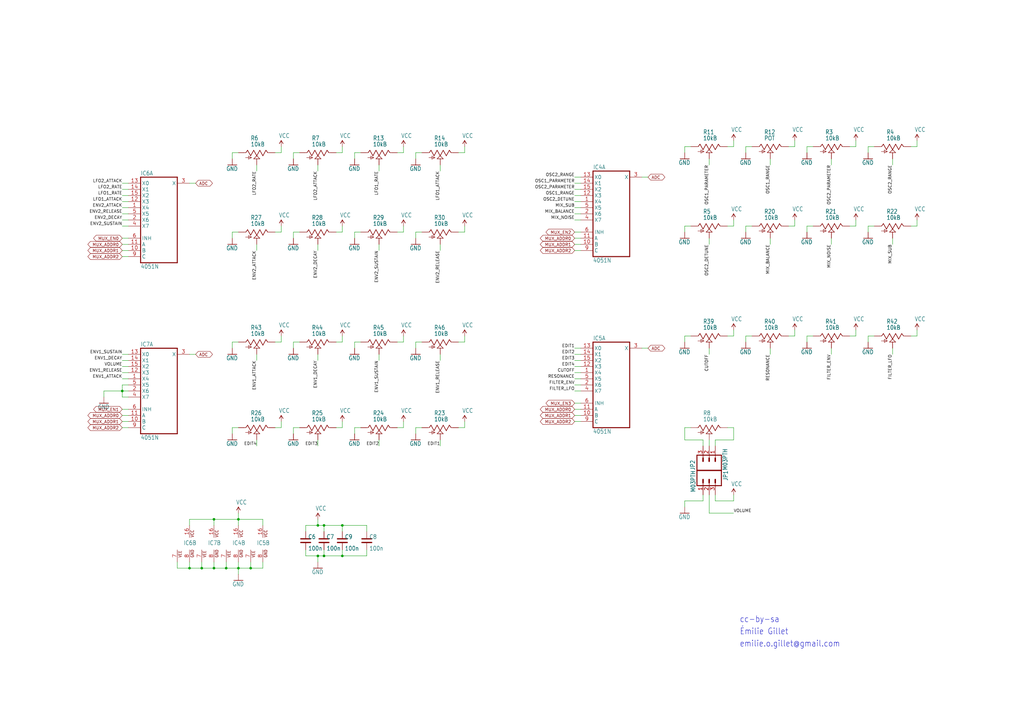
<source format=kicad_sch>
(kicad_sch (version 20250114) (generator "eeschema") (generator_version "9.0")
  (paper "User" 425.45 298.602)
  (text "emilie.o.gillet@gmail.com" (at 307.34 269.24 0) (effects (font (size 2.54 2.159)) (justify left bottom)))
  (text "cc-by-sa" (at 307.34 259.08 0) (effects (font (size 2.54 2.159)) (justify left bottom)))
  (text "Émilie Gillet" (at 307.34 264.16 0) (effects (font (size 2.54 2.159)) (justify left bottom)))
  (junction (at 134.62 231.14))
  (junction (at 142.24 231.14))
  (junction (at 83.82 236.22))
  (junction (at 142.24 218.44))
  (junction (at 50.8 162.56))
  (junction (at 88.9 236.22))
  (junction (at 88.9 215.9))
  (junction (at 99.06 215.9))
  (junction (at 104.14 236.22))
  (junction (at 132.08 231.14))
  (junction (at 78.74 236.22))
  (junction (at 134.62 218.44))
  (junction (at 93.98 236.22))
  (junction (at 132.08 218.44))
  (junction (at 99.06 236.22))
  (wire (pts (xy 149.86 142.24) (xy 147.32 142.24)) (stroke (width 0.1524)))
  (wire (pts (xy 304.8 60.96) (xy 304.8 58.42)) (stroke (width 0.1524)))
  (wire (pts (xy 363.22 139.7) (xy 360.68 139.7)) (stroke (width 0.1524)))
  (wire (pts (xy 53.34 147.32) (xy 50.8 147.32)) (stroke (width 0.1524)))
  (wire (pts (xy 127 218.44) (xy 132.08 218.44)) (stroke (width 0.1524)))
  (wire (pts (xy 294.64 213.36) (xy 304.8 213.36)) (stroke (width 0.1524)))
  (wire (pts (xy 53.34 78.74) (xy 50.8 78.74)) (stroke (width 0.1524)))
  (wire (pts (xy 190.5 142.24) (xy 193.04 142.24)) (stroke (width 0.1524)))
  (wire (pts (xy 157.48 185.42) (xy 157.48 182.88)) (stroke (width 0.1524)))
  (wire (pts (xy 114.3 142.24) (xy 116.84 142.24)) (stroke (width 0.1524)))
  (wire (pts (xy 149.86 63.5) (xy 147.32 63.5)) (stroke (width 0.1524)))
  (wire (pts (xy 241.3 175.26) (xy 238.76 175.26)) (stroke (width 0.1524)))
  (wire (pts (xy 139.7 177.8) (xy 142.24 177.8)) (stroke (width 0.1524)))
  (wire (pts (xy 175.26 142.24) (xy 172.72 142.24)) (stroke (width 0.1524)))
  (wire (pts (xy 147.32 142.24) (xy 147.32 144.78)) (stroke (width 0.1524)))
  (wire (pts (xy 134.62 231.14) (xy 142.24 231.14)) (stroke (width 0.1524)))
  (wire (pts (xy 53.34 86.36) (xy 50.8 86.36)) (stroke (width 0.1524)))
  (wire (pts (xy 172.72 96.52) (xy 172.72 99.06)) (stroke (width 0.1524)))
  (wire (pts (xy 78.74 233.68) (xy 78.74 236.22)) (stroke (width 0.1524)))
  (wire (pts (xy 302.26 177.8) (xy 304.8 177.8)) (stroke (width 0.1524)))
  (wire (pts (xy 142.24 218.44) (xy 152.4 218.44)) (stroke (width 0.1524)))
  (wire (pts (xy 284.48 177.8) (xy 284.48 182.88)) (stroke (width 0.1524)))
  (wire (pts (xy 50.8 162.56) (xy 43.18 162.56)) (stroke (width 0.1524)))
  (wire (pts (xy 132.08 218.44) (xy 134.62 218.44)) (stroke (width 0.1524)))
  (wire (pts (xy 284.48 208.28) (xy 284.48 210.82)) (stroke (width 0.1524)))
  (wire (pts (xy 241.3 76.2) (xy 238.76 76.2)) (stroke (width 0.1524)))
  (wire (pts (xy 88.9 215.9) (xy 99.06 215.9)) (stroke (width 0.1524)))
  (wire (pts (xy 134.62 231.14) (xy 134.62 228.6)) (stroke (width 0.1524)))
  (wire (pts (xy 152.4 218.44) (xy 152.4 220.98)) (stroke (width 0.1524)))
  (wire (pts (xy 355.6 60.96) (xy 355.6 58.42)) (stroke (width 0.1524)))
  (wire (pts (xy 88.9 218.44) (xy 88.9 215.9)) (stroke (width 0.1524)))
  (wire (pts (xy 147.32 96.52) (xy 147.32 99.06)) (stroke (width 0.1524)))
  (wire (pts (xy 124.46 63.5) (xy 121.92 63.5)) (stroke (width 0.1524)))
  (wire (pts (xy 73.66 233.68) (xy 73.66 236.22)) (stroke (width 0.1524)))
  (wire (pts (xy 292.1 208.28) (xy 284.48 208.28)) (stroke (width 0.1524)))
  (wire (pts (xy 53.34 170.18) (xy 50.8 170.18)) (stroke (width 0.1524)))
  (wire (pts (xy 114.3 177.8) (xy 116.84 177.8)) (stroke (width 0.1524)))
  (wire (pts (xy 53.34 93.98) (xy 50.8 93.98)) (stroke (width 0.1524)))
  (wire (pts (xy 114.3 96.52) (xy 116.84 96.52)) (stroke (width 0.1524)))
  (wire (pts (xy 353.06 93.98) (xy 355.6 93.98)) (stroke (width 0.1524)))
  (wire (pts (xy 284.48 60.96) (xy 284.48 63.5)) (stroke (width 0.1524)))
  (wire (pts (xy 83.82 233.68) (xy 83.82 236.22)) (stroke (width 0.1524)))
  (wire (pts (xy 330.2 60.96) (xy 330.2 58.42)) (stroke (width 0.1524)))
  (wire (pts (xy 345.44 66.04) (xy 345.44 68.58)) (stroke (width 0.1524)))
  (wire (pts (xy 190.5 63.5) (xy 193.04 63.5)) (stroke (width 0.1524)))
  (wire (pts (xy 241.3 144.78) (xy 238.76 144.78)) (stroke (width 0.1524)))
  (wire (pts (xy 241.3 147.32) (xy 238.76 147.32)) (stroke (width 0.1524)))
  (wire (pts (xy 330.2 139.7) (xy 330.2 137.16)) (stroke (width 0.1524)))
  (wire (pts (xy 294.64 99.06) (xy 294.64 101.6)) (stroke (width 0.1524)))
  (wire (pts (xy 190.5 96.52) (xy 193.04 96.52)) (stroke (width 0.1524)))
  (wire (pts (xy 360.68 60.96) (xy 360.68 63.5)) (stroke (width 0.1524)))
  (wire (pts (xy 193.04 63.5) (xy 193.04 60.96)) (stroke (width 0.1524)))
  (wire (pts (xy 152.4 231.14) (xy 152.4 228.6)) (stroke (width 0.1524)))
  (wire (pts (xy 327.66 139.7) (xy 330.2 139.7)) (stroke (width 0.1524)))
  (wire (pts (xy 353.06 60.96) (xy 355.6 60.96)) (stroke (width 0.1524)))
  (wire (pts (xy 106.68 68.58) (xy 106.68 71.12)) (stroke (width 0.1524)))
  (wire (pts (xy 381 93.98) (xy 381 91.44)) (stroke (width 0.1524)))
  (wire (pts (xy 53.34 106.68) (xy 50.8 106.68)) (stroke (width 0.1524)))
  (wire (pts (xy 93.98 236.22) (xy 99.06 236.22)) (stroke (width 0.1524)))
  (wire (pts (xy 96.52 177.8) (xy 96.52 180.34)) (stroke (width 0.1524)))
  (wire (pts (xy 53.34 101.6) (xy 50.8 101.6)) (stroke (width 0.1524)))
  (wire (pts (xy 53.34 177.8) (xy 50.8 177.8)) (stroke (width 0.1524)))
  (wire (pts (xy 165.1 63.5) (xy 167.64 63.5)) (stroke (width 0.1524)))
  (wire (pts (xy 312.42 60.96) (xy 309.88 60.96)) (stroke (width 0.1524)))
  (wire (pts (xy 320.04 144.78) (xy 320.04 147.32)) (stroke (width 0.1524)))
  (wire (pts (xy 241.3 167.64) (xy 238.76 167.64)) (stroke (width 0.1524)))
  (wire (pts (xy 142.24 96.52) (xy 142.24 93.98)) (stroke (width 0.1524)))
  (wire (pts (xy 335.28 139.7) (xy 335.28 142.24)) (stroke (width 0.1524)))
  (wire (pts (xy 381 60.96) (xy 381 58.42)) (stroke (width 0.1524)))
  (wire (pts (xy 297.18 182.88) (xy 297.18 185.42)) (stroke (width 0.1524)))
  (wire (pts (xy 378.46 93.98) (xy 381 93.98)) (stroke (width 0.1524)))
  (wire (pts (xy 99.06 177.8) (xy 96.52 177.8)) (stroke (width 0.1524)))
  (wire (pts (xy 78.74 76.2) (xy 81.28 76.2)) (stroke (width 0.1524)))
  (wire (pts (xy 241.3 149.86) (xy 238.76 149.86)) (stroke (width 0.1524)))
  (wire (pts (xy 304.8 93.98) (xy 304.8 91.44)) (stroke (width 0.1524)))
  (wire (pts (xy 363.22 93.98) (xy 360.68 93.98)) (stroke (width 0.1524)))
  (wire (pts (xy 96.52 63.5) (xy 96.52 66.04)) (stroke (width 0.1524)))
  (wire (pts (xy 241.3 172.72) (xy 238.76 172.72)) (stroke (width 0.1524)))
  (wire (pts (xy 304.8 139.7) (xy 304.8 137.16)) (stroke (width 0.1524)))
  (wire (pts (xy 287.02 60.96) (xy 284.48 60.96)) (stroke (width 0.1524)))
  (wire (pts (xy 167.64 142.24) (xy 167.64 139.7)) (stroke (width 0.1524)))
  (wire (pts (xy 241.3 104.14) (xy 238.76 104.14)) (stroke (width 0.1524)))
  (wire (pts (xy 53.34 99.06) (xy 50.8 99.06)) (stroke (width 0.1524)))
  (wire (pts (xy 345.44 99.06) (xy 345.44 101.6)) (stroke (width 0.1524)))
  (wire (pts (xy 190.5 177.8) (xy 193.04 177.8)) (stroke (width 0.1524)))
  (wire (pts (xy 165.1 177.8) (xy 167.64 177.8)) (stroke (width 0.1524)))
  (wire (pts (xy 355.6 93.98) (xy 355.6 91.44)) (stroke (width 0.1524)))
  (wire (pts (xy 132.08 231.14) (xy 132.08 233.68)) (stroke (width 0.1524)))
  (wire (pts (xy 157.48 68.58) (xy 157.48 71.12)) (stroke (width 0.1524)))
  (wire (pts (xy 132.08 182.88) (xy 132.08 185.42)) (stroke (width 0.1524)))
  (wire (pts (xy 88.9 233.68) (xy 88.9 236.22)) (stroke (width 0.1524)))
  (wire (pts (xy 241.3 99.06) (xy 238.76 99.06)) (stroke (width 0.1524)))
  (wire (pts (xy 370.84 99.06) (xy 370.84 101.6)) (stroke (width 0.1524)))
  (wire (pts (xy 139.7 63.5) (xy 142.24 63.5)) (stroke (width 0.1524)))
  (wire (pts (xy 381 139.7) (xy 381 137.16)) (stroke (width 0.1524)))
  (wire (pts (xy 99.06 142.24) (xy 96.52 142.24)) (stroke (width 0.1524)))
  (wire (pts (xy 284.48 93.98) (xy 284.48 96.52)) (stroke (width 0.1524)))
  (wire (pts (xy 193.04 96.52) (xy 193.04 93.98)) (stroke (width 0.1524)))
  (wire (pts (xy 304.8 177.8) (xy 304.8 182.88)) (stroke (width 0.1524)))
  (wire (pts (xy 53.34 175.26) (xy 50.8 175.26)) (stroke (width 0.1524)))
  (wire (pts (xy 149.86 177.8) (xy 147.32 177.8)) (stroke (width 0.1524)))
  (wire (pts (xy 147.32 177.8) (xy 147.32 180.34)) (stroke (width 0.1524)))
  (wire (pts (xy 147.32 63.5) (xy 147.32 66.04)) (stroke (width 0.1524)))
  (wire (pts (xy 327.66 93.98) (xy 330.2 93.98)) (stroke (width 0.1524)))
  (wire (pts (xy 175.26 177.8) (xy 172.72 177.8)) (stroke (width 0.1524)))
  (wire (pts (xy 121.92 177.8) (xy 121.92 180.34)) (stroke (width 0.1524)))
  (wire (pts (xy 378.46 60.96) (xy 381 60.96)) (stroke (width 0.1524)))
  (wire (pts (xy 182.88 101.6) (xy 182.88 104.14)) (stroke (width 0.1524)))
  (wire (pts (xy 284.48 139.7) (xy 284.48 142.24)) (stroke (width 0.1524)))
  (wire (pts (xy 320.04 99.06) (xy 320.04 101.6)) (stroke (width 0.1524)))
  (wire (pts (xy 182.88 147.32) (xy 182.88 149.86)) (stroke (width 0.1524)))
  (wire (pts (xy 88.9 236.22) (xy 93.98 236.22)) (stroke (width 0.1524)))
  (wire (pts (xy 142.24 63.5) (xy 142.24 60.96)) (stroke (width 0.1524)))
  (wire (pts (xy 292.1 205.74) (xy 292.1 208.28)) (stroke (width 0.1524)))
  (wire (pts (xy 139.7 96.52) (xy 142.24 96.52)) (stroke (width 0.1524)))
  (wire (pts (xy 238.76 154.94) (xy 241.3 154.94)) (stroke (width 0.1524)))
  (wire (pts (xy 142.24 218.44) (xy 142.24 220.98)) (stroke (width 0.1524)))
  (wire (pts (xy 142.24 177.8) (xy 142.24 175.26)) (stroke (width 0.1524)))
  (wire (pts (xy 294.64 66.04) (xy 294.64 68.58)) (stroke (width 0.1524)))
  (wire (pts (xy 337.82 139.7) (xy 335.28 139.7)) (stroke (width 0.1524)))
  (wire (pts (xy 241.3 101.6) (xy 238.76 101.6)) (stroke (width 0.1524)))
  (wire (pts (xy 132.08 101.6) (xy 132.08 104.14)) (stroke (width 0.1524)))
  (wire (pts (xy 241.3 81.28) (xy 238.76 81.28)) (stroke (width 0.1524)))
  (wire (pts (xy 142.24 231.14) (xy 152.4 231.14)) (stroke (width 0.1524)))
  (wire (pts (xy 355.6 139.7) (xy 355.6 137.16)) (stroke (width 0.1524)))
  (wire (pts (xy 167.64 175.26) (xy 167.64 177.8)) (stroke (width 0.1524)))
  (wire (pts (xy 241.3 88.9) (xy 238.76 88.9)) (stroke (width 0.1524)))
  (wire (pts (xy 134.62 218.44) (xy 134.62 220.98)) (stroke (width 0.1524)))
  (wire (pts (xy 266.7 73.66) (xy 269.24 73.66)) (stroke (width 0.1524)))
  (wire (pts (xy 53.34 104.14) (xy 50.8 104.14)) (stroke (width 0.1524)))
  (wire (pts (xy 182.88 182.88) (xy 182.88 185.42)) (stroke (width 0.1524)))
  (wire (pts (xy 335.28 60.96) (xy 335.28 63.5)) (stroke (width 0.1524)))
  (wire (pts (xy 124.46 96.52) (xy 121.92 96.52)) (stroke (width 0.1524)))
  (wire (pts (xy 50.8 162.56) (xy 53.34 162.56)) (stroke (width 0.1524)))
  (wire (pts (xy 172.72 142.24) (xy 172.72 144.78)) (stroke (width 0.1524)))
  (wire (pts (xy 99.06 233.68) (xy 99.06 236.22)) (stroke (width 0.1524)))
  (wire (pts (xy 43.18 162.56) (xy 43.18 165.1)) (stroke (width 0.1524)))
  (wire (pts (xy 165.1 96.52) (xy 167.64 96.52)) (stroke (width 0.1524)))
  (wire (pts (xy 53.34 76.2) (xy 50.8 76.2)) (stroke (width 0.1524)))
  (wire (pts (xy 104.14 233.68) (xy 104.14 236.22)) (stroke (width 0.1524)))
  (wire (pts (xy 99.06 215.9) (xy 99.06 213.36)) (stroke (width 0.1524)))
  (wire (pts (xy 302.26 60.96) (xy 304.8 60.96)) (stroke (width 0.1524)))
  (wire (pts (xy 139.7 142.24) (xy 142.24 142.24)) (stroke (width 0.1524)))
  (wire (pts (xy 327.66 60.96) (xy 330.2 60.96)) (stroke (width 0.1524)))
  (wire (pts (xy 238.76 160.02) (xy 241.3 160.02)) (stroke (width 0.1524)))
  (wire (pts (xy 193.04 142.24) (xy 193.04 139.7)) (stroke (width 0.1524)))
  (wire (pts (xy 360.68 93.98) (xy 360.68 96.52)) (stroke (width 0.1524)))
  (wire (pts (xy 238.76 157.48) (xy 241.3 157.48)) (stroke (width 0.1524)))
  (wire (pts (xy 353.06 139.7) (xy 355.6 139.7)) (stroke (width 0.1524)))
  (wire (pts (xy 78.74 147.32) (xy 81.28 147.32)) (stroke (width 0.1524)))
  (wire (pts (xy 172.72 63.5) (xy 172.72 66.04)) (stroke (width 0.1524)))
  (wire (pts (xy 109.22 236.22) (xy 109.22 233.68)) (stroke (width 0.1524)))
  (wire (pts (xy 121.92 142.24) (xy 121.92 144.78)) (stroke (width 0.1524)))
  (wire (pts (xy 360.68 139.7) (xy 360.68 142.24)) (stroke (width 0.1524)))
  (wire (pts (xy 53.34 81.28) (xy 50.8 81.28)) (stroke (width 0.1524)))
  (wire (pts (xy 121.92 96.52) (xy 121.92 99.06)) (stroke (width 0.1524)))
  (wire (pts (xy 78.74 215.9) (xy 88.9 215.9)) (stroke (width 0.1524)))
  (wire (pts (xy 304.8 182.88) (xy 297.18 182.88)) (stroke (width 0.1524)))
  (wire (pts (xy 337.82 60.96) (xy 335.28 60.96)) (stroke (width 0.1524)))
  (wire (pts (xy 96.52 142.24) (xy 96.52 144.78)) (stroke (width 0.1524)))
  (wire (pts (xy 50.8 165.1) (xy 53.34 165.1)) (stroke (width 0.1524)))
  (wire (pts (xy 99.06 63.5) (xy 96.52 63.5)) (stroke (width 0.1524)))
  (wire (pts (xy 241.3 96.52) (xy 238.76 96.52)) (stroke (width 0.1524)))
  (wire (pts (xy 121.92 63.5) (xy 121.92 66.04)) (stroke (width 0.1524)))
  (wire (pts (xy 93.98 233.68) (xy 93.98 236.22)) (stroke (width 0.1524)))
  (wire (pts (xy 297.18 205.74) (xy 297.18 208.28)) (stroke (width 0.1524)))
  (wire (pts (xy 116.84 142.24) (xy 116.84 139.7)) (stroke (width 0.1524)))
  (wire (pts (xy 132.08 231.14) (xy 134.62 231.14)) (stroke (width 0.1524)))
  (wire (pts (xy 53.34 149.86) (xy 50.8 149.86)) (stroke (width 0.1524)))
  (wire (pts (xy 116.84 177.8) (xy 116.84 175.26)) (stroke (width 0.1524)))
  (wire (pts (xy 241.3 83.82) (xy 238.76 83.82)) (stroke (width 0.1524)))
  (wire (pts (xy 370.84 144.78) (xy 370.84 147.32)) (stroke (width 0.1524)))
  (wire (pts (xy 127 228.6) (xy 127 231.14)) (stroke (width 0.1524)))
  (wire (pts (xy 241.3 170.18) (xy 238.76 170.18)) (stroke (width 0.1524)))
  (wire (pts (xy 287.02 93.98) (xy 284.48 93.98)) (stroke (width 0.1524)))
  (wire (pts (xy 266.7 144.78) (xy 269.24 144.78)) (stroke (width 0.1524)))
  (wire (pts (xy 53.34 160.02) (xy 50.8 160.02)) (stroke (width 0.1524)))
  (wire (pts (xy 330.2 93.98) (xy 330.2 91.44)) (stroke (width 0.1524)))
  (wire (pts (xy 165.1 142.24) (xy 167.64 142.24)) (stroke (width 0.1524)))
  (wire (pts (xy 193.04 177.8) (xy 193.04 175.26)) (stroke (width 0.1524)))
  (wire (pts (xy 132.08 147.32) (xy 132.08 149.86)) (stroke (width 0.1524)))
  (wire (pts (xy 241.3 91.44) (xy 238.76 91.44)) (stroke (width 0.1524)))
  (wire (pts (xy 363.22 60.96) (xy 360.68 60.96)) (stroke (width 0.1524)))
  (wire (pts (xy 53.34 172.72) (xy 50.8 172.72)) (stroke (width 0.1524)))
  (wire (pts (xy 73.66 236.22) (xy 78.74 236.22)) (stroke (width 0.1524)))
  (wire (pts (xy 302.26 93.98) (xy 304.8 93.98)) (stroke (width 0.1524)))
  (wire (pts (xy 99.06 96.52) (xy 96.52 96.52)) (stroke (width 0.1524)))
  (wire (pts (xy 312.42 139.7) (xy 309.88 139.7)) (stroke (width 0.1524)))
  (wire (pts (xy 241.3 152.4) (xy 238.76 152.4)) (stroke (width 0.1524)))
  (wire (pts (xy 370.84 66.04) (xy 370.84 68.58)) (stroke (width 0.1524)))
  (wire (pts (xy 116.84 63.5) (xy 116.84 60.96)) (stroke (width 0.1524)))
  (wire (pts (xy 50.8 165.1) (xy 50.8 162.56)) (stroke (width 0.1524)))
  (wire (pts (xy 241.3 86.36) (xy 238.76 86.36)) (stroke (width 0.1524)))
  (wire (pts (xy 53.34 154.94) (xy 50.8 154.94)) (stroke (width 0.1524)))
  (wire (pts (xy 127 220.98) (xy 127 218.44)) (stroke (width 0.1524)))
  (wire (pts (xy 109.22 215.9) (xy 109.22 218.44)) (stroke (width 0.1524)))
  (wire (pts (xy 106.68 182.88) (xy 106.68 185.42)) (stroke (width 0.1524)))
  (wire (pts (xy 238.76 162.56) (xy 241.3 162.56)) (stroke (width 0.1524)))
  (wire (pts (xy 99.06 236.22) (xy 99.06 238.76)) (stroke (width 0.1524)))
  (wire (pts (xy 294.64 205.74) (xy 294.64 213.36)) (stroke (width 0.1524)))
  (wire (pts (xy 302.26 139.7) (xy 304.8 139.7)) (stroke (width 0.1524)))
  (wire (pts (xy 309.88 139.7) (xy 309.88 142.24)) (stroke (width 0.1524)))
  (wire (pts (xy 132.08 218.44) (xy 132.08 215.9)) (stroke (width 0.1524)))
  (wire (pts (xy 142.24 231.14) (xy 142.24 228.6)) (stroke (width 0.1524)))
  (wire (pts (xy 106.68 101.6) (xy 106.68 104.14)) (stroke (width 0.1524)))
  (wire (pts (xy 337.82 93.98) (xy 335.28 93.98)) (stroke (width 0.1524)))
  (wire (pts (xy 241.3 78.74) (xy 238.76 78.74)) (stroke (width 0.1524)))
  (wire (pts (xy 124.46 142.24) (xy 121.92 142.24)) (stroke (width 0.1524)))
  (wire (pts (xy 132.08 68.58) (xy 132.08 71.12)) (stroke (width 0.1524)))
  (wire (pts (xy 142.24 142.24) (xy 142.24 139.7)) (stroke (width 0.1524)))
  (wire (pts (xy 99.06 236.22) (xy 104.14 236.22)) (stroke (width 0.1524)))
  (wire (pts (xy 106.68 147.32) (xy 106.68 149.86)) (stroke (width 0.1524)))
  (wire (pts (xy 104.14 236.22) (xy 109.22 236.22)) (stroke (width 0.1524)))
  (wire (pts (xy 297.18 208.28) (xy 304.8 208.28)) (stroke (width 0.1524)))
  (wire (pts (xy 175.26 96.52) (xy 172.72 96.52)) (stroke (width 0.1524)))
  (wire (pts (xy 99.06 215.9) (xy 109.22 215.9)) (stroke (width 0.1524)))
  (wire (pts (xy 53.34 83.82) (xy 50.8 83.82)) (stroke (width 0.1524)))
  (wire (pts (xy 157.48 147.32) (xy 157.48 149.86)) (stroke (width 0.1524)))
  (wire (pts (xy 124.46 177.8) (xy 121.92 177.8)) (stroke (width 0.1524)))
  (wire (pts (xy 53.34 88.9) (xy 50.8 88.9)) (stroke (width 0.1524)))
  (wire (pts (xy 284.48 182.88) (xy 292.1 182.88)) (stroke (width 0.1524)))
  (wire (pts (xy 99.06 218.44) (xy 99.06 215.9)) (stroke (width 0.1524)))
  (wire (pts (xy 83.82 236.22) (xy 88.9 236.22)) (stroke (width 0.1524)))
  (wire (pts (xy 345.44 144.78) (xy 345.44 147.32)) (stroke (width 0.1524)))
  (wire (pts (xy 53.34 91.44) (xy 50.8 91.44)) (stroke (width 0.1524)))
  (wire (pts (xy 116.84 96.52) (xy 116.84 93.98)) (stroke (width 0.1524)))
  (wire (pts (xy 134.62 218.44) (xy 142.24 218.44)) (stroke (width 0.1524)))
  (wire (pts (xy 335.28 93.98) (xy 335.28 96.52)) (stroke (width 0.1524)))
  (wire (pts (xy 378.46 139.7) (xy 381 139.7)) (stroke (width 0.1524)))
  (wire (pts (xy 182.88 68.58) (xy 182.88 71.12)) (stroke (width 0.1524)))
  (wire (pts (xy 127 231.14) (xy 132.08 231.14)) (stroke (width 0.1524)))
  (wire (pts (xy 78.74 236.22) (xy 83.82 236.22)) (stroke (width 0.1524)))
  (wire (pts (xy 287.02 177.8) (xy 284.48 177.8)) (stroke (width 0.1524)))
  (wire (pts (xy 78.74 218.44) (xy 78.74 215.9)) (stroke (width 0.1524)))
  (wire (pts (xy 149.86 96.52) (xy 147.32 96.52)) (stroke (width 0.1524)))
  (wire (pts (xy 175.26 63.5) (xy 172.72 63.5)) (stroke (width 0.1524)))
  (wire (pts (xy 294.64 182.88) (xy 294.64 185.42)) (stroke (width 0.1524)))
  (wire (pts (xy 53.34 152.4) (xy 50.8 152.4)) (stroke (width 0.1524)))
  (wire (pts (xy 53.34 157.48) (xy 50.8 157.48)) (stroke (width 0.1524)))
  (wire (pts (xy 294.64 144.78) (xy 294.64 147.32)) (stroke (width 0.1524)))
  (wire (pts (xy 96.52 96.52) (xy 96.52 99.06)) (stroke (width 0.1524)))
  (wire (pts (xy 172.72 177.8) (xy 172.72 180.34)) (stroke (width 0.1524)))
  (wire (pts (xy 287.02 139.7) (xy 284.48 139.7)) (stroke (width 0.1524)))
  (wire (pts (xy 309.88 93.98) (xy 309.88 96.52)) (stroke (width 0.1524)))
  (wire (pts (xy 304.8 208.28) (xy 304.8 205.74)) (stroke (width 0.1524)))
  (wire (pts (xy 157.48 101.6) (xy 157.48 104.14)) (stroke (width 0.1524)))
  (wire (pts (xy 309.88 60.96) (xy 309.88 63.5)) (stroke (width 0.1524)))
  (wire (pts (xy 50.8 162.56) (xy 50.8 160.02)) (stroke (width 0.1524)))
  (wire (pts (xy 292.1 182.88) (xy 292.1 185.42)) (stroke (width 0.1524)))
  (wire (pts (xy 241.3 73.66) (xy 238.76 73.66)) (stroke (width 0.1524)))
  (wire (pts (xy 114.3 63.5) (xy 116.84 63.5)) (stroke (width 0.1524)))
  (wire (pts (xy 312.42 93.98) (xy 309.88 93.98)) (stroke (width 0.1524)))
  (wire (pts (xy 167.64 96.52) (xy 167.64 93.98)) (stroke (width 0.1524)))
  (wire (pts (xy 320.04 66.04) (xy 320.04 68.58)) (stroke (width 0.1524)))
  (wire (pts (xy 167.64 63.5) (xy 167.64 60.96)) (stroke (width 0.1524)))
  (label "OSC2_RANGE" (at 370.84 68.58 270) (effects (font (size 1.2446 1.2446))))
  (label "LFO2_ATTACK" (at 50.8 76.2 180) (effects (font (size 1.2446 1.2446))))
  (label "EDIT2" (at 238.76 147.32 180) (effects (font (size 1.2446 1.2446))))
  (label "EDIT2" (at 157.48 185.42 180) (effects (font (size 1.2446 1.2446))))
  (label "ENV2_DECAY" (at 132.08 104.14 270) (effects (font (size 1.2446 1.2446))))
  (label "MIX_SUB" (at 238.76 86.36 180) (effects (font (size 1.2446 1.2446))))
  (label "ENV2_DECAY" (at 50.8 91.44 180) (effects (font (size 1.2446 1.2446))))
  (label "OSC1_PARAMETER" (at 238.76 76.2 180) (effects (font (size 1.2446 1.2446))))
  (label "OSC1_PARAMETER" (at 294.64 68.58 270) (effects (font (size 1.2446 1.2446))))
  (label "ENV2_RELEASE" (at 182.88 104.14 270) (effects (font (size 1.2446 1.2446))))
  (label "OSC2_PARAMETER" (at 238.76 78.74 180) (effects (font (size 1.2446 1.2446))))
  (label "EDIT3" (at 132.08 185.42 180) (effects (font (size 1.2446 1.2446))))
  (label "MIX_BALANCE" (at 320.04 101.6 270) (effects (font (size 1.2446 1.2446))))
  (label "OSC2_DETUNE" (at 294.64 101.6 270) (effects (font (size 1.2446 1.2446))))
  (label "ENV2_RELEASE" (at 50.8 88.9 180) (effects (font (size 1.2446 1.2446))))
  (label "ENV1_RELEASE" (at 182.88 149.86 270) (effects (font (size 1.2446 1.2446))))
  (label "OSC2_DETUNE" (at 238.76 83.82 180) (effects (font (size 1.2446 1.2446))))
  (label "FILTER_LFO" (at 238.76 162.56 180) (effects (font (size 1.2446 1.2446))))
  (label "EDIT1" (at 238.76 144.78 180) (effects (font (size 1.2446 1.2446))))
  (label "LFO2_RATE" (at 106.68 71.12 270) (effects (font (size 1.2446 1.2446))))
  (label "OSC1_RANGE" (at 320.04 68.58 270) (effects (font (size 1.2446 1.2446))))
  (label "RESONANCE" (at 238.76 157.48 180) (effects (font (size 1.2446 1.2446))))
  (label "ENV2_ATTACK" (at 50.8 86.36 180) (effects (font (size 1.2446 1.2446))))
  (label "RESONANCE" (at 320.04 147.32 270) (effects (font (size 1.2446 1.2446))))
  (label "EDIT4" (at 238.76 152.4 180) (effects (font (size 1.2446 1.2446))))
  (label "VOLUME" (at 50.8 152.4 180) (effects (font (size 1.2446 1.2446))))
  (label "FILTER_ENV" (at 345.44 147.32 270) (effects (font (size 1.2446 1.2446))))
  (label "MIX_SUB" (at 370.84 101.6 270) (effects (font (size 1.2446 1.2446))))
  (label "ENV1_SUSTAIN" (at 50.8 147.32 180) (effects (font (size 1.2446 1.2446))))
  (label "LFO1_RATE" (at 157.48 71.12 270) (effects (font (size 1.2446 1.2446))))
  (label "ENV2_SUSTAIN" (at 157.48 104.14 270) (effects (font (size 1.2446 1.2446))))
  (label "EDIT1" (at 182.88 185.42 180) (effects (font (size 1.2446 1.2446))))
  (label "CUTOFF" (at 238.76 154.94 180) (effects (font (size 1.2446 1.2446))))
  (label "ENV1_DECAY" (at 132.08 149.86 270) (effects (font (size 1.2446 1.2446))))
  (label "OSC2_RANGE" (at 238.76 73.66 180) (effects (font (size 1.2446 1.2446))))
  (label "FILTER_LFO" (at 370.84 147.32 270) (effects (font (size 1.2446 1.2446))))
  (label "ENV1_ATTACK" (at 50.8 157.48 180) (effects (font (size 1.2446 1.2446))))
  (label "FILTER_ENV" (at 238.76 160.02 180) (effects (font (size 1.2446 1.2446))))
  (label "ENV2_ATTACK" (at 106.68 104.14 270) (effects (font (size 1.2446 1.2446))))
  (label "ENV2_SUSTAIN" (at 50.8 93.98 180) (effects (font (size 1.2446 1.2446))))
  (label "VOLUME" (at 304.8 213.36 0) (effects (font (size 1.2446 1.2446))))
  (label "MIX_NOISE" (at 345.44 101.6 270) (effects (font (size 1.2446 1.2446))))
  (label "ENV1_DECAY" (at 50.8 149.86 180) (effects (font (size 1.2446 1.2446))))
  (label "LFO1_RATE" (at 50.8 81.28 180) (effects (font (size 1.2446 1.2446))))
  (label "LFO1_ATTACK" (at 182.88 71.12 270) (effects (font (size 1.2446 1.2446))))
  (label "ENV1_ATTACK" (at 106.68 149.86 270) (effects (font (size 1.2446 1.2446))))
  (label "EDIT4" (at 106.68 185.42 180) (effects (font (size 1.2446 1.2446))))
  (label "ENV1_RELEASE" (at 50.8 154.94 180) (effects (font (size 1.2446 1.2446))))
  (label "LFO1_ATTACK" (at 50.8 83.82 180) (effects (font (size 1.2446 1.2446))))
  (label "CUTOFF" (at 294.64 147.32 270) (effects (font (size 1.2446 1.2446))))
  (label "MIX_NOISE" (at 238.76 91.44 180) (effects (font (size 1.2446 1.2446))))
  (label "ENV1_SUSTAIN" (at 157.48 149.86 270) (effects (font (size 1.2446 1.2446))))
  (label "LFO2_ATTACK" (at 132.08 71.12 270) (effects (font (size 1.2446 1.2446))))
  (label "MIX_BALANCE" (at 238.76 88.9 180) (effects (font (size 1.2446 1.2446))))
  (label "OSC1_RANGE" (at 238.76 81.28 180) (effects (font (size 1.2446 1.2446))))
  (label "EDIT3" (at 238.76 149.86 180) (effects (font (size 1.2446 1.2446))))
  (label "LFO2_RATE" (at 50.8 78.74 180) (effects (font (size 1.2446 1.2446))))
  (label "OSC2_PARAMETER" (at 345.44 68.58 270) (effects (font (size 1.2446 1.2446))))
  (global_label "MUX_ADDR2" (shape bidirectional) (at 238.76 104.14 180) (effects (font (size 1.2446 1.2446))) (property "Intersheetrefs" "${INTERSHEET_REFS}" (effects (hide yes))))
  (global_label "MUX_ADDR0" (shape bidirectional) (at 238.76 99.06 180) (effects (font (size 1.2446 1.2446))) (property "Intersheetrefs" "${INTERSHEET_REFS}" (effects (hide yes))))
  (global_label "ADC" (shape bidirectional) (at 269.24 144.78 0) (effects (font (size 1.2446 1.2446))) (property "Intersheetrefs" "${INTERSHEET_REFS}" (effects (hide yes))))
  (global_label "MUX_ADDR1" (shape bidirectional) (at 50.8 175.26 180) (effects (font (size 1.2446 1.2446))) (property "Intersheetrefs" "${INTERSHEET_REFS}" (effects (hide yes))))
  (global_label "MUX_EN3" (shape bidirectional) (at 238.76 167.64 180) (effects (font (size 1.2446 1.2446))) (property "Intersheetrefs" "${INTERSHEET_REFS}" (effects (hide yes))))
  (global_label "MUX_ADDR0" (shape bidirectional) (at 50.8 172.72 180) (effects (font (size 1.2446 1.2446))) (property "Intersheetrefs" "${INTERSHEET_REFS}" (effects (hide yes))))
  (global_label "ADC" (shape bidirectional) (at 81.28 76.2 0) (effects (font (size 1.2446 1.2446))) (property "Intersheetrefs" "${INTERSHEET_REFS}" (effects (hide yes))))
  (global_label "MUX_ADDR1" (shape bidirectional) (at 238.76 172.72 180) (effects (font (size 1.2446 1.2446))) (property "Intersheetrefs" "${INTERSHEET_REFS}" (effects (hide yes))))
  (global_label "MUX_EN1" (shape bidirectional) (at 50.8 170.18 180) (effects (font (size 1.2446 1.2446))) (property "Intersheetrefs" "${INTERSHEET_REFS}" (effects (hide yes))))
  (global_label "MUX_ADDR2" (shape bidirectional) (at 50.8 106.68 180) (effects (font (size 1.2446 1.2446))) (property "Intersheetrefs" "${INTERSHEET_REFS}" (effects (hide yes))))
  (global_label "ADC" (shape bidirectional) (at 81.28 147.32 0) (effects (font (size 1.2446 1.2446))) (property "Intersheetrefs" "${INTERSHEET_REFS}" (effects (hide yes))))
  (global_label "MUX_ADDR0" (shape bidirectional) (at 238.76 170.18 180) (effects (font (size 1.2446 1.2446))) (property "Intersheetrefs" "${INTERSHEET_REFS}" (effects (hide yes))))
  (global_label "MUX_ADDR0" (shape bidirectional) (at 50.8 101.6 180) (effects (font (size 1.2446 1.2446))) (property "Intersheetrefs" "${INTERSHEET_REFS}" (effects (hide yes))))
  (global_label "MUX_ADDR2" (shape bidirectional) (at 50.8 177.8 180) (effects (font (size 1.2446 1.2446))) (property "Intersheetrefs" "${INTERSHEET_REFS}" (effects (hide yes))))
  (global_label "MUX_ADDR2" (shape bidirectional) (at 238.76 175.26 180) (effects (font (size 1.2446 1.2446))) (property "Intersheetrefs" "${INTERSHEET_REFS}" (effects (hide yes))))
  (global_label "ADC" (shape bidirectional) (at 269.24 73.66 0) (effects (font (size 1.2446 1.2446))) (property "Intersheetrefs" "${INTERSHEET_REFS}" (effects (hide yes))))
  (global_label "MUX_EN2" (shape bidirectional) (at 238.76 96.52 180) (effects (font (size 1.2446 1.2446))) (property "Intersheetrefs" "${INTERSHEET_REFS}" (effects (hide yes))))
  (global_label "MUX_EN0" (shape bidirectional) (at 50.8 99.06 180) (effects (font (size 1.2446 1.2446))) (property "Intersheetrefs" "${INTERSHEET_REFS}" (effects (hide yes))))
  (global_label "MUX_ADDR1" (shape bidirectional) (at 238.76 101.6 180) (effects (font (size 1.2446 1.2446))) (property "Intersheetrefs" "${INTERSHEET_REFS}" (effects (hide yes))))
  (global_label "MUX_ADDR1" (shape bidirectional) (at 50.8 104.14 180) (effects (font (size 1.2446 1.2446))) (property "Intersheetrefs" "${INTERSHEET_REFS}" (effects (hide yes))))
  (symbol (lib_id "shruthi_control_board_xt_v03-eagle-import:GND") (at 335.28 144.78 0) (unit 1)
    (property "Reference" "#GND56" (effects (hide yes)))
    (property "Value" "GND" (at 332.74 147.32 0) (effects (font (size 1.778 1.5113)) (justify left bottom)))
  )
  (symbol (lib_id "shruthi_control_board_xt_v03-eagle-import:POT_USVERTICAL") (at 106.68 177.8 270) (unit 1)
    (property "Reference" "R26" (at 104.14 172.72 90) (effects (font (size 1.778 1.5113)) (justify left bottom)))
    (property "Value" "10kB" (at 104.14 175.26 90) (effects (font (size 1.778 1.5113)) (justify left bottom)))
    (property "Footprint" "shruthi_control_board_xt_v03:ALPS_POT_VERTICAL" (effects (hide yes)))
  )
  (symbol (lib_id "Device:C") (at 142.24 224.79 0) (unit 1)
    (property "Reference" "C9" (at 143.256 224.155 0) (effects (font (size 1.778 1.5113)) (justify left bottom)))
    (property "Value" "100n" (at 143.256 228.981 0) (effects (font (size 1.778 1.5113)) (justify left bottom)))
    (property "Footprint" "shruthi_control_board_xt_v03:C025-024X044" (effects (hide yes)))
    (property "Description" "Unpolarized capacitor" (effects (hide yes)))
  )
  (symbol (lib_id "shruthi_control_board_xt_v03-eagle-import:POT_USVERTICAL") (at 294.64 139.7 270) (unit 1)
    (property "Reference" "R39" (at 292.1 134.62 90) (effects (font (size 1.778 1.5113)) (justify left bottom)))
    (property "Value" "10kB" (at 292.1 137.16 90) (effects (font (size 1.778 1.5113)) (justify left bottom)))
    (property "Footprint" "shruthi_control_board_xt_v03:ALPS_POT_VERTICAL" (effects (hide yes)))
  )
  (symbol (lib_id "shruthi_control_board_xt_v03-eagle-import:POT_USVERTICAL") (at 182.88 63.5 270) (unit 1)
    (property "Reference" "R14" (at 180.34 58.42 90) (effects (font (size 1.778 1.5113)) (justify left bottom)))
    (property "Value" "10kB" (at 180.34 60.96 90) (effects (font (size 1.778 1.5113)) (justify left bottom)))
    (property "Footprint" "shruthi_control_board_xt_v03:ALPS_POT_VERTICAL" (effects (hide yes)))
  )
  (symbol (lib_id "shruthi_control_board_xt_v03-eagle-import:VCC") (at 167.64 175.26 0) (unit 1)
    (property "Reference" "#P+18" (effects (hide yes)))
    (property "Value" "VCC" (at 166.624 171.704 0) (effects (font (size 1.778 1.5113)) (justify left bottom)))
  )
  (symbol (lib_id "shruthi_control_board_xt_v03-eagle-import:VCC") (at 193.04 60.96 0) (unit 1)
    (property "Reference" "#P+25" (effects (hide yes)))
    (property "Value" "VCC" (at 192.024 57.404 0) (effects (font (size 1.778 1.5113)) (justify left bottom)))
  )
  (symbol (lib_id "shruthi_control_board_xt_v03-eagle-import:VCC") (at 132.08 215.9 0) (unit 1)
    (property "Reference" "#P+37" (effects (hide yes)))
    (property "Value" "VCC" (at 131.064 212.344 0) (effects (font (size 1.778 1.5113)) (justify left bottom)))
  )
  (symbol (lib_id "Device:C") (at 134.62 224.79 0) (unit 1)
    (property "Reference" "C7" (at 135.636 224.155 0) (effects (font (size 1.778 1.5113)) (justify left bottom)))
    (property "Value" "100n" (at 135.636 228.981 0) (effects (font (size 1.778 1.5113)) (justify left bottom)))
    (property "Footprint" "shruthi_control_board_xt_v03:C025-024X044" (effects (hide yes)))
    (property "Description" "Unpolarized capacitor" (effects (hide yes)))
  )
  (symbol (lib_id "shruthi_control_board_xt_v03-eagle-import:VCC") (at 116.84 93.98 0) (unit 1)
    (property "Reference" "#P+26" (effects (hide yes)))
    (property "Value" "VCC" (at 115.824 90.424 0) (effects (font (size 1.778 1.5113)) (justify left bottom)))
  )
  (symbol (lib_id "shruthi_control_board_xt_v03-eagle-import:POT_USVERTICAL") (at 182.88 177.8 270) (unit 1)
    (property "Reference" "R23" (at 180.34 172.72 90) (effects (font (size 1.778 1.5113)) (justify left bottom)))
    (property "Value" "10kB" (at 180.34 175.26 90) (effects (font (size 1.778 1.5113)) (justify left bottom)))
    (property "Footprint" "shruthi_control_board_xt_v03:ALPS_POT_VERTICAL" (effects (hide yes)))
  )
  (symbol (lib_id "shruthi_control_board_xt_v03-eagle-import:VCC") (at 304.8 137.16 0) (unit 1)
    (property "Reference" "#P+46" (effects (hide yes)))
    (property "Value" "VCC" (at 303.784 133.604 0) (effects (font (size 1.778 1.5113)) (justify left bottom)))
  )
  (symbol (lib_id "shruthi_control_board_xt_v03-eagle-import:VCC") (at 142.24 175.26 0) (unit 1)
    (property "Reference" "#P+17" (effects (hide yes)))
    (property "Value" "VCC" (at 141.224 171.704 0) (effects (font (size 1.778 1.5113)) (justify left bottom)))
  )
  (symbol (lib_id "shruthi_control_board_xt_v03-eagle-import:POT_USVERTICAL") (at 294.64 177.8 270) (unit 1)
    (property "Reference" "R8" (at 292.1 172.72 90) (effects (font (size 1.778 1.5113)) (justify left bottom)))
    (property "Value" "10kB" (at 292.1 175.26 90) (effects (font (size 1.778 1.5113)) (justify left bottom)))
    (property "Footprint" "shruthi_control_board_xt_v03:ALPS_POT_VERTICAL" (effects (hide yes)))
  )
  (symbol (lib_id "shruthi_control_board_xt_v03-eagle-import:VCC") (at 381 137.16 0) (unit 1)
    (property "Reference" "#P+49" (effects (hide yes)))
    (property "Value" "VCC" (at 379.984 133.604 0) (effects (font (size 1.778 1.5113)) (justify left bottom)))
  )
  (symbol (lib_id "shruthi_control_board_xt_v03-eagle-import:GND") (at 96.52 101.6 0) (unit 1)
    (property "Reference" "#GND34" (effects (hide yes)))
    (property "Value" "GND" (at 93.98 104.14 0) (effects (font (size 1.778 1.5113)) (justify left bottom)))
  )
  (symbol (lib_id "shruthi_control_board_xt_v03-eagle-import:GND") (at 121.92 101.6 0) (unit 1)
    (property "Reference" "#GND35" (effects (hide yes)))
    (property "Value" "GND" (at 119.38 104.14 0) (effects (font (size 1.778 1.5113)) (justify left bottom)))
  )
  (symbol (lib_id "shruthi_control_board_xt_v03-eagle-import:GND") (at 335.28 66.04 0) (unit 1)
    (property "Reference" "#GND48" (effects (hide yes)))
    (property "Value" "GND" (at 332.74 68.58 0) (effects (font (size 1.778 1.5113)) (justify left bottom)))
  )
  (symbol (lib_id "Device:C") (at 127 224.79 0) (unit 1)
    (property "Reference" "C6" (at 128.016 224.155 0) (effects (font (size 1.778 1.5113)) (justify left bottom)))
    (property "Value" "100n" (at 128.016 228.981 0) (effects (font (size 1.778 1.5113)) (justify left bottom)))
    (property "Footprint" "shruthi_control_board_xt_v03:C025-024X044" (effects (hide yes)))
    (property "Description" "Unpolarized capacitor" (effects (hide yes)))
  )
  (symbol (lib_id "shruthi_control_board_xt_v03-eagle-import:POT_USVERTICAL") (at 345.44 60.96 270) (unit 1)
    (property "Reference" "R3" (at 342.9 55.88 90) (effects (font (size 1.778 1.5113)) (justify left bottom)))
    (property "Value" "10kB" (at 342.9 58.42 90) (effects (font (size 1.778 1.5113)) (justify left bottom)))
    (property "Footprint" "shruthi_control_board_xt_v03:ALPS_POT_VERTICAL" (effects (hide yes)))
  )
  (symbol (lib_id "shruthi_control_board_xt_v03-eagle-import:M03PTH") (at 294.64 198.12 270) (unit 1)
    (property "Reference" "JP1" (at 300.482 195.58 0) (effects (font (size 1.778 1.5113)) (justify left bottom)))
    (property "Value" "M03PTH" (at 287.02 195.58 0) (effects (font (size 1.778 1.5113)) (justify left bottom)))
    (property "Footprint" "shruthi_control_board_xt_v03:1X03" (effects (hide yes)))
  )
  (symbol (lib_id "shruthi_control_board_xt_v03-eagle-import:POT_USVERTICAL") (at 157.48 177.8 270) (unit 1)
    (property "Reference" "R24" (at 154.94 172.72 90) (effects (font (size 1.778 1.5113)) (justify left bottom)))
    (property "Value" "10kB" (at 154.94 175.26 90) (effects (font (size 1.778 1.5113)) (justify left bottom)))
    (property "Footprint" "shruthi_control_board_xt_v03:ALPS_POT_VERTICAL" (effects (hide yes)))
  )
  (symbol (lib_id "shruthi_control_board_xt_v03-eagle-import:POT_USVERTICAL") (at 345.44 139.7 270) (unit 1)
    (property "Reference" "R41" (at 342.9 134.62 90) (effects (font (size 1.778 1.5113)) (justify left bottom)))
    (property "Value" "10kB" (at 342.9 137.16 90) (effects (font (size 1.778 1.5113)) (justify left bottom)))
    (property "Footprint" "shruthi_control_board_xt_v03:ALPS_POT_VERTICAL" (effects (hide yes)))
  )
  (symbol (lib_id "shruthi_control_board_xt_v03-eagle-import:GND") (at 121.92 68.58 0) (unit 1)
    (property "Reference" "#GND31" (effects (hide yes)))
    (property "Value" "GND" (at 119.38 71.12 0) (effects (font (size 1.778 1.5113)) (justify left bottom)))
  )
  (symbol (lib_id "shruthi_control_board_xt_v03-eagle-import:POT_USVERTICAL") (at 182.88 142.24 270) (unit 1)
    (property "Reference" "R46" (at 180.34 137.16 90) (effects (font (size 1.778 1.5113)) (justify left bottom)))
    (property "Value" "10kB" (at 180.34 139.7 90) (effects (font (size 1.778 1.5113)) (justify left bottom)))
    (property "Footprint" "shruthi_control_board_xt_v03:ALPS_POT_VERTICAL" (effects (hide yes)))
  )
  (symbol (lib_id "shruthi_control_board_xt_v03-eagle-import:POT_USVERTICAL") (at 294.64 60.96 270) (unit 1)
    (property "Reference" "R11" (at 292.1 55.88 90) (effects (font (size 1.778 1.5113)) (justify left bottom)))
    (property "Value" "10kB" (at 292.1 58.42 90) (effects (font (size 1.778 1.5113)) (justify left bottom)))
    (property "Footprint" "shruthi_control_board_xt_v03:ALPS_POT_VERTICAL" (effects (hide yes)))
  )
  (symbol (lib_id "shruthi_control_board_xt_v03-eagle-import:GND") (at 147.32 101.6 0) (unit 1)
    (property "Reference" "#GND36" (effects (hide yes)))
    (property "Value" "GND" (at 144.78 104.14 0) (effects (font (size 1.778 1.5113)) (justify left bottom)))
  )
  (symbol (lib_id "shruthi_control_board_xt_v03-eagle-import:4051N") (at 78.74 226.06 0) (unit 2)
    (property "Reference" "IC6" (at 76.2 226.695 0) (effects (font (size 1.778 1.5113)) (justify left bottom)))
    (property "Value" "4051N" (effects (hide yes)))
    (property "Footprint" "shruthi_control_board_xt_v03:DIL16" (effects (hide yes)))
  )
  (symbol (lib_id "shruthi_control_board_xt_v03-eagle-import:4051N") (at 66.04 162.56 0) (unit 1)
    (property "Reference" "IC7" (at 58.42 144.145 0) (effects (font (size 1.778 1.5113)) (justify left bottom)))
    (property "Value" "4051N" (at 58.42 182.88 0) (effects (font (size 1.778 1.5113)) (justify left bottom)))
    (property "Footprint" "shruthi_control_board_xt_v03:DIL16" (effects (hide yes)))
  )
  (symbol (lib_id "shruthi_control_board_xt_v03-eagle-import:M03PTH") (at 294.64 193.04 90) (unit 1)
    (property "Reference" "JP2" (at 288.798 195.58 0) (effects (font (size 1.778 1.5113)) (justify left bottom)))
    (property "Value" "M03PTH" (at 302.26 195.58 0) (effects (font (size 1.778 1.5113)) (justify left bottom)))
    (property "Footprint" "shruthi_control_board_xt_v03:1X03" (effects (hide yes)))
  )
  (symbol (lib_id "shruthi_control_board_xt_v03-eagle-import:GND") (at 147.32 147.32 0) (unit 1)
    (property "Reference" "#GND40" (effects (hide yes)))
    (property "Value" "GND" (at 144.78 149.86 0) (effects (font (size 1.778 1.5113)) (justify left bottom)))
  )
  (symbol (lib_id "shruthi_control_board_xt_v03-eagle-import:VCC") (at 167.64 93.98 0) (unit 1)
    (property "Reference" "#P+28" (effects (hide yes)))
    (property "Value" "VCC" (at 166.624 90.424 0) (effects (font (size 1.778 1.5113)) (justify left bottom)))
  )
  (symbol (lib_id "shruthi_control_board_xt_v03-eagle-import:VCC") (at 193.04 139.7 0) (unit 1)
    (property "Reference" "#P+33" (effects (hide yes)))
    (property "Value" "VCC" (at 192.024 136.144 0) (effects (font (size 1.778 1.5113)) (justify left bottom)))
  )
  (symbol (lib_id "shruthi_control_board_xt_v03-eagle-import:4051N") (at 254 160.02 0) (unit 1)
    (property "Reference" "IC5" (at 246.38 141.605 0) (effects (font (size 1.778 1.5113)) (justify left bottom)))
    (property "Value" "4051N" (at 246.38 180.34 0) (effects (font (size 1.778 1.5113)) (justify left bottom)))
    (property "Footprint" "shruthi_control_board_xt_v03:DIL16" (effects (hide yes)))
  )
  (symbol (lib_id "shruthi_control_board_xt_v03-eagle-import:GND") (at 284.48 99.06 0) (unit 1)
    (property "Reference" "#GND50" (effects (hide yes)))
    (property "Value" "GND" (at 281.94 101.6 0) (effects (font (size 1.778 1.5113)) (justify left bottom)))
  )
  (symbol (lib_id "shruthi_control_board_xt_v03-eagle-import:GND") (at 172.72 147.32 0) (unit 1)
    (property "Reference" "#GND41" (effects (hide yes)))
    (property "Value" "GND" (at 170.18 149.86 0) (effects (font (size 1.778 1.5113)) (justify left bottom)))
  )
  (symbol (lib_id "shruthi_control_board_xt_v03-eagle-import:VCC") (at 330.2 58.42 0) (unit 1)
    (property "Reference" "#P+39" (effects (hide yes)))
    (property "Value" "VCC" (at 329.184 54.864 0) (effects (font (size 1.778 1.5113)) (justify left bottom)))
  )
  (symbol (lib_id "shruthi_control_board_xt_v03-eagle-import:POT_USVERTICAL") (at 345.44 93.98 270) (unit 1)
    (property "Reference" "R21" (at 342.9 88.9 90) (effects (font (size 1.778 1.5113)) (justify left bottom)))
    (property "Value" "10kB" (at 342.9 91.44 90) (effects (font (size 1.778 1.5113)) (justify left bottom)))
    (property "Footprint" "shruthi_control_board_xt_v03:ALPS_POT_VERTICAL" (effects (hide yes)))
  )
  (symbol (lib_id "shruthi_control_board_xt_v03-eagle-import:GND") (at 309.88 66.04 0) (unit 1)
    (property "Reference" "#GND47" (effects (hide yes)))
    (property "Value" "GND" (at 307.34 68.58 0) (effects (font (size 1.778 1.5113)) (justify left bottom)))
  )
  (symbol (lib_id "shruthi_control_board_xt_v03-eagle-import:GND") (at 43.18 167.64 0) (unit 1)
    (property "Reference" "#GND59" (effects (hide yes)))
    (property "Value" "GND" (at 40.64 170.18 0) (effects (font (size 1.778 1.5113)) (justify left bottom)))
  )
  (symbol (lib_id "shruthi_control_board_xt_v03-eagle-import:VCC") (at 355.6 137.16 0) (unit 1)
    (property "Reference" "#P+48" (effects (hide yes)))
    (property "Value" "VCC" (at 354.584 133.604 0) (effects (font (size 1.778 1.5113)) (justify left bottom)))
  )
  (symbol (lib_id "shruthi_control_board_xt_v03-eagle-import:POT_USVERTICAL") (at 157.48 96.52 270) (unit 1)
    (property "Reference" "R29" (at 154.94 91.44 90) (effects (font (size 1.778 1.5113)) (justify left bottom)))
    (property "Value" "10kB" (at 154.94 93.98 90) (effects (font (size 1.778 1.5113)) (justify left bottom)))
    (property "Footprint" "shruthi_control_board_xt_v03:ALPS_POT_VERTICAL" (effects (hide yes)))
  )
  (symbol (lib_id "shruthi_control_board_xt_v03-eagle-import:POT_USVERTICAL") (at 132.08 96.52 270) (unit 1)
    (property "Reference" "R28" (at 129.54 91.44 90) (effects (font (size 1.778 1.5113)) (justify left bottom)))
    (property "Value" "10kB" (at 129.54 93.98 90) (effects (font (size 1.778 1.5113)) (justify left bottom)))
    (property "Footprint" "shruthi_control_board_xt_v03:ALPS_POT_VERTICAL" (effects (hide yes)))
  )
  (symbol (lib_id "shruthi_control_board_xt_v03-eagle-import:4051N") (at 254 88.9 0) (unit 1)
    (property "Reference" "IC4" (at 246.38 70.485 0) (effects (font (size 1.778 1.5113)) (justify left bottom)))
    (property "Value" "4051N" (at 246.38 109.22 0) (effects (font (size 1.778 1.5113)) (justify left bottom)))
    (property "Footprint" "shruthi_control_board_xt_v03:DIL16" (effects (hide yes)))
  )
  (symbol (lib_id "shruthi_control_board_xt_v03-eagle-import:POT_USVERTICAL") (at 294.64 93.98 270) (unit 1)
    (property "Reference" "R5" (at 292.1 88.9 90) (effects (font (size 1.778 1.5113)) (justify left bottom)))
    (property "Value" "10kB" (at 292.1 91.44 90) (effects (font (size 1.778 1.5113)) (justify left bottom)))
    (property "Footprint" "shruthi_control_board_xt_v03:ALPS_POT_VERTICAL" (effects (hide yes)))
  )
  (symbol (lib_id "shruthi_control_board_xt_v03-eagle-import:VCC") (at 167.64 60.96 0) (unit 1)
    (property "Reference" "#P+24" (effects (hide yes)))
    (property "Value" "VCC" (at 166.624 57.404 0) (effects (font (size 1.778 1.5113)) (justify left bottom)))
  )
  (symbol (lib_id "shruthi_control_board_xt_v03-eagle-import:VCC") (at 381 91.44 0) (unit 1)
    (property "Reference" "#P+45" (effects (hide yes)))
    (property "Value" "VCC" (at 379.984 87.884 0) (effects (font (size 1.778 1.5113)) (justify left bottom)))
  )
  (symbol (lib_id "shruthi_control_board_xt_v03-eagle-import:POT_USVERTICAL") (at 132.08 63.5 270) (unit 1)
    (property "Reference" "R7" (at 129.54 58.42 90) (effects (font (size 1.778 1.5113)) (justify left bottom)))
    (property "Value" "10kB" (at 129.54 60.96 90) (effects (font (size 1.778 1.5113)) (justify left bottom)))
    (property "Footprint" "shruthi_control_board_xt_v03:ALPS_POT_VERTICAL" (effects (hide yes)))
  )
  (symbol (lib_id "shruthi_control_board_xt_v03-eagle-import:GND") (at 121.92 182.88 0) (unit 1)
    (property "Reference" "#GND23" (effects (hide yes)))
    (property "Value" "GND" (at 119.38 185.42 0) (effects (font (size 1.778 1.5113)) (justify left bottom)))
  )
  (symbol (lib_id "shruthi_control_board_xt_v03-eagle-import:POT_USVERTICAL") (at 132.08 177.8 270) (unit 1)
    (property "Reference" "R25" (at 129.54 172.72 90) (effects (font (size 1.778 1.5113)) (justify left bottom)))
    (property "Value" "10kB" (at 129.54 175.26 90) (effects (font (size 1.778 1.5113)) (justify left bottom)))
    (property "Footprint" "shruthi_control_board_xt_v03:ALPS_POT_VERTICAL" (effects (hide yes)))
  )
  (symbol (lib_id "shruthi_control_board_xt_v03-eagle-import:GND") (at 360.68 144.78 0) (unit 1)
    (property "Reference" "#GND57" (effects (hide yes)))
    (property "Value" "GND" (at 358.14 147.32 0) (effects (font (size 1.778 1.5113)) (justify left bottom)))
  )
  (symbol (lib_id "shruthi_control_board_xt_v03-eagle-import:POT_USVERTICAL") (at 370.84 60.96 270) (unit 1)
    (property "Reference" "R4" (at 368.3 55.88 90) (effects (font (size 1.778 1.5113)) (justify left bottom)))
    (property "Value" "10kB" (at 368.3 58.42 90) (effects (font (size 1.778 1.5113)) (justify left bottom)))
    (property "Footprint" "shruthi_control_board_xt_v03:ALPS_POT_VERTICAL" (effects (hide yes)))
  )
  (symbol (lib_id "shruthi_control_board_xt_v03-eagle-import:VCC") (at 142.24 93.98 0) (unit 1)
    (property "Reference" "#P+27" (effects (hide yes)))
    (property "Value" "VCC" (at 141.224 90.424 0) (effects (font (size 1.778 1.5113)) (justify left bottom)))
  )
  (symbol (lib_id "shruthi_control_board_xt_v03-eagle-import:VCC") (at 330.2 91.44 0) (unit 1)
    (property "Reference" "#P+43" (effects (hide yes)))
    (property "Value" "VCC" (at 329.184 87.884 0) (effects (font (size 1.778 1.5113)) (justify left bottom)))
  )
  (symbol (lib_id "shruthi_control_board_xt_v03-eagle-import:VCC") (at 116.84 175.26 0) (unit 1)
    (property "Reference" "#P+3" (effects (hide yes)))
    (property "Value" "VCC" (at 115.824 171.704 0) (effects (font (size 1.778 1.5113)) (justify left bottom)))
  )
  (symbol (lib_id "shruthi_control_board_xt_v03-eagle-import:GND") (at 360.68 66.04 0) (unit 1)
    (property "Reference" "#GND49" (effects (hide yes)))
    (property "Value" "GND" (at 358.14 68.58 0) (effects (font (size 1.778 1.5113)) (justify left bottom)))
  )
  (symbol (lib_id "shruthi_control_board_xt_v03-eagle-import:GND") (at 309.88 99.06 0) (unit 1)
    (property "Reference" "#GND51" (effects (hide yes)))
    (property "Value" "GND" (at 307.34 101.6 0) (effects (font (size 1.778 1.5113)) (justify left bottom)))
  )
  (symbol (lib_id "shruthi_control_board_xt_v03-eagle-import:VCC") (at 193.04 175.26 0) (unit 1)
    (property "Reference" "#P+19" (effects (hide yes)))
    (property "Value" "VCC" (at 192.024 171.704 0) (effects (font (size 1.778 1.5113)) (justify left bottom)))
  )
  (symbol (lib_id "shruthi_control_board_xt_v03-eagle-import:VCC") (at 167.64 139.7 0) (unit 1)
    (property "Reference" "#P+32" (effects (hide yes)))
    (property "Value" "VCC" (at 166.624 136.144 0) (effects (font (size 1.778 1.5113)) (justify left bottom)))
  )
  (symbol (lib_id "Device:C") (at 152.4 224.79 0) (unit 1)
    (property "Reference" "C8" (at 153.416 224.155 0) (effects (font (size 1.778 1.5113)) (justify left bottom)))
    (property "Value" "100n" (at 153.416 228.981 0) (effects (font (size 1.778 1.5113)) (justify left bottom)))
    (property "Footprint" "shruthi_control_board_xt_v03:C025-024X044" (effects (hide yes)))
    (property "Description" "Unpolarized capacitor" (effects (hide yes)))
  )
  (symbol (lib_id "shruthi_control_board_xt_v03-eagle-import:VCC") (at 381 58.42 0) (unit 1)
    (property "Reference" "#P+41" (effects (hide yes)))
    (property "Value" "VCC" (at 379.984 54.864 0) (effects (font (size 1.778 1.5113)) (justify left bottom)))
  )
  (symbol (lib_id "shruthi_control_board_xt_v03-eagle-import:GND") (at 284.48 66.04 0) (unit 1)
    (property "Reference" "#GND46" (effects (hide yes)))
    (property "Value" "GND" (at 281.94 68.58 0) (effects (font (size 1.778 1.5113)) (justify left bottom)))
  )
  (symbol (lib_id "shruthi_control_board_xt_v03-eagle-import:4051N") (at 66.04 91.44 0) (unit 1)
    (property "Reference" "IC6" (at 58.42 73.025 0) (effects (font (size 1.778 1.5113)) (justify left bottom)))
    (property "Value" "4051N" (at 58.42 111.76 0) (effects (font (size 1.778 1.5113)) (justify left bottom)))
    (property "Footprint" "shruthi_control_board_xt_v03:DIL16" (effects (hide yes)))
  )
  (symbol (lib_id "shruthi_control_board_xt_v03-eagle-import:VCC") (at 304.8 205.74 0) (unit 1)
    (property "Reference" "#P+34" (effects (hide yes)))
    (property "Value" "VCC" (at 303.784 202.184 0) (effects (font (size 1.778 1.5113)) (justify left bottom)))
  )
  (symbol (lib_id "shruthi_control_board_xt_v03-eagle-import:GND") (at 96.52 182.88 0) (unit 1)
    (property "Reference" "#GND4" (effects (hide yes)))
    (property "Value" "GND" (at 93.98 185.42 0) (effects (font (size 1.778 1.5113)) (justify left bottom)))
  )
  (symbol (lib_id "shruthi_control_board_xt_v03-eagle-import:GND") (at 96.52 68.58 0) (unit 1)
    (property "Reference" "#GND30" (effects (hide yes)))
    (property "Value" "GND" (at 93.98 71.12 0) (effects (font (size 1.778 1.5113)) (justify left bottom)))
  )
  (symbol (lib_id "shruthi_control_board_xt_v03-eagle-import:POT_USVERTICAL") (at 320.04 139.7 270) (unit 1)
    (property "Reference" "R40" (at 317.5 134.62 90) (effects (font (size 1.778 1.5113)) (justify left bottom)))
    (property "Value" "10kB" (at 317.5 137.16 90) (effects (font (size 1.778 1.5113)) (justify left bottom)))
    (property "Footprint" "shruthi_control_board_xt_v03:ALPS_POT_VERTICAL" (effects (hide yes)))
  )
  (symbol (lib_id "shruthi_control_board_xt_v03-eagle-import:POT_USVERTICAL") (at 132.08 142.24 270) (unit 1)
    (property "Reference" "R44" (at 129.54 137.16 90) (effects (font (size 1.778 1.5113)) (justify left bottom)))
    (property "Value" "10kB" (at 129.54 139.7 90) (effects (font (size 1.778 1.5113)) (justify left bottom)))
    (property "Footprint" "shruthi_control_board_xt_v03:ALPS_POT_VERTICAL" (effects (hide yes)))
  )
  (symbol (lib_id "shruthi_control_board_xt_v03-eagle-import:POT_USVERTICAL") (at 106.68 142.24 270) (unit 1)
    (property "Reference" "R43" (at 104.14 137.16 90) (effects (font (size 1.778 1.5113)) (justify left bottom)))
    (property "Value" "10kB" (at 104.14 139.7 90) (effects (font (size 1.778 1.5113)) (justify left bottom)))
    (property "Footprint" "shruthi_control_board_xt_v03:ALPS_POT_VERTICAL" (effects (hide yes)))
  )
  (symbol (lib_id "shruthi_control_board_xt_v03-eagle-import:GND") (at 360.68 99.06 0) (unit 1)
    (property "Reference" "#GND53" (effects (hide yes)))
    (property "Value" "GND" (at 358.14 101.6 0) (effects (font (size 1.778 1.5113)) (justify left bottom)))
  )
  (symbol (lib_id "shruthi_control_board_xt_v03-eagle-import:POT_USVERTICAL") (at 157.48 142.24 270) (unit 1)
    (property "Reference" "R45" (at 154.94 137.16 90) (effects (font (size 1.778 1.5113)) (justify left bottom)))
    (property "Value" "10kB" (at 154.94 139.7 90) (effects (font (size 1.778 1.5113)) (justify left bottom)))
    (property "Footprint" "shruthi_control_board_xt_v03:ALPS_POT_VERTICAL" (effects (hide yes)))
  )
  (symbol (lib_id "shruthi_control_board_xt_v03-eagle-import:POT_USVERTICAL") (at 182.88 96.52 270) (unit 1)
    (property "Reference" "R30" (at 180.34 91.44 90) (effects (font (size 1.778 1.5113)) (justify left bottom)))
    (property "Value" "10kB" (at 180.34 93.98 90) (effects (font (size 1.778 1.5113)) (justify left bottom)))
    (property "Footprint" "shruthi_control_board_xt_v03:ALPS_POT_VERTICAL" (effects (hide yes)))
  )
  (symbol (lib_id "shruthi_control_board_xt_v03-eagle-import:VCC") (at 142.24 60.96 0) (unit 1)
    (property "Reference" "#P+23" (effects (hide yes)))
    (property "Value" "VCC" (at 141.224 57.404 0) (effects (font (size 1.778 1.5113)) (justify left bottom)))
  )
  (symbol (lib_id "shruthi_control_board_xt_v03-eagle-import:GND") (at 335.28 99.06 0) (unit 1)
    (property "Reference" "#GND52" (effects (hide yes)))
    (property "Value" "GND" (at 332.74 101.6 0) (effects (font (size 1.778 1.5113)) (justify left bottom)))
  )
  (symbol (lib_id "shruthi_control_board_xt_v03-eagle-import:VCC") (at 355.6 91.44 0) (unit 1)
    (property "Reference" "#P+44" (effects (hide yes)))
    (property "Value" "VCC" (at 354.584 87.884 0) (effects (font (size 1.778 1.5113)) (justify left bottom)))
  )
  (symbol (lib_id "shruthi_control_board_xt_v03-eagle-import:GND") (at 96.52 147.32 0) (unit 1)
    (property "Reference" "#GND38" (effects (hide yes)))
    (property "Value" "GND" (at 93.98 149.86 0) (effects (font (size 1.778 1.5113)) (justify left bottom)))
  )
  (symbol (lib_id "shruthi_control_board_xt_v03-eagle-import:GND") (at 284.48 144.78 0) (unit 1)
    (property "Reference" "#GND54" (effects (hide yes)))
    (property "Value" "GND" (at 281.94 147.32 0) (effects (font (size 1.778 1.5113)) (justify left bottom)))
  )
  (symbol (lib_id "shruthi_control_board_xt_v03-eagle-import:VCC") (at 330.2 137.16 0) (unit 1)
    (property "Reference" "#P+47" (effects (hide yes)))
    (property "Value" "VCC" (at 329.184 133.604 0) (effects (font (size 1.778 1.5113)) (justify left bottom)))
  )
  (symbol (lib_id "shruthi_control_board_xt_v03-eagle-import:GND") (at 132.08 236.22 0) (unit 1)
    (property "Reference" "#GND45" (effects (hide yes)))
    (property "Value" "GND" (at 129.54 238.76 0) (effects (font (size 1.778 1.5113)) (justify left bottom)))
  )
  (symbol (lib_id "shruthi_control_board_xt_v03-eagle-import:VCC") (at 193.04 93.98 0) (unit 1)
    (property "Reference" "#P+29" (effects (hide yes)))
    (property "Value" "VCC" (at 192.024 90.424 0) (effects (font (size 1.778 1.5113)) (justify left bottom)))
  )
  (symbol (lib_id "shruthi_control_board_xt_v03-eagle-import:POT_USVERTICAL") (at 320.04 60.96 270) (unit 1)
    (property "Reference" "R12" (at 317.5 55.88 90) (effects (font (size 1.778 1.5113)) (justify left bottom)))
    (property "Value" "POT" (at 317.5 58.42 90) (effects (font (size 1.778 1.5113)) (justify left bottom)))
    (property "Footprint" "shruthi_control_board_xt_v03:ALPS_POT_VERTICAL" (effects (hide yes)))
  )
  (symbol (lib_id "shruthi_control_board_xt_v03-eagle-import:VCC") (at 116.84 60.96 0) (unit 1)
    (property "Reference" "#P+10" (effects (hide yes)))
    (property "Value" "VCC" (at 115.824 57.404 0) (effects (font (size 1.778 1.5113)) (justify left bottom)))
  )
  (symbol (lib_id "shruthi_control_board_xt_v03-eagle-import:VCC") (at 142.24 139.7 0) (unit 1)
    (property "Reference" "#P+31" (effects (hide yes)))
    (property "Value" "VCC" (at 141.224 136.144 0) (effects (font (size 1.778 1.5113)) (justify left bottom)))
  )
  (symbol (lib_id "shruthi_control_board_xt_v03-eagle-import:GND") (at 147.32 182.88 0) (unit 1)
    (property "Reference" "#GND24" (effects (hide yes)))
    (property "Value" "GND" (at 144.78 185.42 0) (effects (font (size 1.778 1.5113)) (justify left bottom)))
  )
  (symbol (lib_id "shruthi_control_board_xt_v03-eagle-import:4051N") (at 109.22 226.06 0) (unit 2)
    (property "Reference" "IC5" (at 106.68 226.695 0) (effects (font (size 1.778 1.5113)) (justify left bottom)))
    (property "Value" "4051N" (effects (hide yes)))
    (property "Footprint" "shruthi_control_board_xt_v03:DIL16" (effects (hide yes)))
  )
  (symbol (lib_id "shruthi_control_board_xt_v03-eagle-import:POT_USVERTICAL") (at 106.68 96.52 270) (unit 1)
    (property "Reference" "R27" (at 104.14 91.44 90) (effects (font (size 1.778 1.5113)) (justify left bottom)))
    (property "Value" "10kB" (at 104.14 93.98 90) (effects (font (size 1.778 1.5113)) (justify left bottom)))
    (property "Footprint" "shruthi_control_board_xt_v03:ALPS_POT_VERTICAL" (effects (hide yes)))
  )
  (symbol (lib_id "shruthi_control_board_xt_v03-eagle-import:GND") (at 172.72 101.6 0) (unit 1)
    (property "Reference" "#GND37" (effects (hide yes)))
    (property "Value" "GND" (at 170.18 104.14 0) (effects (font (size 1.778 1.5113)) (justify left bottom)))
  )
  (symbol (lib_id "shruthi_control_board_xt_v03-eagle-import:GND") (at 309.88 144.78 0) (unit 1)
    (property "Reference" "#GND55" (effects (hide yes)))
    (property "Value" "GND" (at 307.34 147.32 0) (effects (font (size 1.778 1.5113)) (justify left bottom)))
  )
  (symbol (lib_id "shruthi_control_board_xt_v03-eagle-import:POT_USVERTICAL") (at 370.84 139.7 270) (unit 1)
    (property "Reference" "R42" (at 368.3 134.62 90) (effects (font (size 1.778 1.5113)) (justify left bottom)))
    (property "Value" "10kB" (at 368.3 137.16 90) (effects (font (size 1.778 1.5113)) (justify left bottom)))
    (property "Footprint" "shruthi_control_board_xt_v03:ALPS_POT_VERTICAL" (effects (hide yes)))
  )
  (symbol (lib_id "shruthi_control_board_xt_v03-eagle-import:VCC") (at 304.8 58.42 0) (unit 1)
    (property "Reference" "#P+38" (effects (hide yes)))
    (property "Value" "VCC" (at 303.784 54.864 0) (effects (font (size 1.778 1.5113)) (justify left bottom)))
  )
  (symbol (lib_id "shruthi_control_board_xt_v03-eagle-import:VCC") (at 355.6 58.42 0) (unit 1)
    (property "Reference" "#P+40" (effects (hide yes)))
    (property "Value" "VCC" (at 354.584 54.864 0) (effects (font (size 1.778 1.5113)) (justify left bottom)))
  )
  (symbol (lib_id "shruthi_control_board_xt_v03-eagle-import:POT_USVERTICAL") (at 370.84 93.98 270) (unit 1)
    (property "Reference" "R22" (at 368.3 88.9 90) (effects (font (size 1.778 1.5113)) (justify left bottom)))
    (property "Value" "10kB" (at 368.3 91.44 90) (effects (font (size 1.778 1.5113)) (justify left bottom)))
    (property "Footprint" "shruthi_control_board_xt_v03:ALPS_POT_VERTICAL" (effects (hide yes)))
  )
  (symbol (lib_id "shruthi_control_board_xt_v03-eagle-import:GND") (at 284.48 213.36 0) (unit 1)
    (property "Reference" "#GND42" (effects (hide yes)))
    (property "Value" "GND" (at 281.94 215.9 0) (effects (font (size 1.778 1.5113)) (justify left bottom)))
  )
  (symbol (lib_id "shruthi_control_board_xt_v03-eagle-import:GND") (at 172.72 182.88 0) (unit 1)
    (property "Reference" "#GND25" (effects (hide yes)))
    (property "Value" "GND" (at 170.18 185.42 0) (effects (font (size 1.778 1.5113)) (justify left bottom)))
  )
  (symbol (lib_id "shruthi_control_board_xt_v03-eagle-import:4051N") (at 99.06 226.06 0) (unit 2)
    (property "Reference" "IC4" (at 96.52 226.695 0) (effects (font (size 1.778 1.5113)) (justify left bottom)))
    (property "Value" "4051N" (effects (hide yes)))
    (property "Footprint" "shruthi_control_board_xt_v03:DIL16" (effects (hide yes)))
  )
  (symbol (lib_id "shruthi_control_board_xt_v03-eagle-import:GND") (at 172.72 68.58 0) (unit 1)
    (property "Reference" "#GND33" (effects (hide yes)))
    (property "Value" "GND" (at 170.18 71.12 0) (effects (font (size 1.778 1.5113)) (justify left bottom)))
  )
  (symbol (lib_id "shruthi_control_board_xt_v03-eagle-import:POT_USVERTICAL") (at 106.68 63.5 270) (unit 1)
    (property "Reference" "R6" (at 104.14 58.42 90) (effects (font (size 1.778 1.5113)) (justify left bottom)))
    (property "Value" "10kB" (at 104.14 60.96 90) (effects (font (size 1.778 1.5113)) (justify left bottom)))
    (property "Footprint" "shruthi_control_board_xt_v03:ALPS_POT_VERTICAL" (effects (hide yes)))
  )
  (symbol (lib_id "shruthi_control_board_xt_v03-eagle-import:GND") (at 147.32 68.58 0) (unit 1)
    (property "Reference" "#GND32" (effects (hide yes)))
    (property "Value" "GND" (at 144.78 71.12 0) (effects (font (size 1.778 1.5113)) (justify left bottom)))
  )
  (symbol (lib_id "shruthi_control_board_xt_v03-eagle-import:VCC") (at 304.8 91.44 0) (unit 1)
    (property "Reference" "#P+42" (effects (hide yes)))
    (property "Value" "VCC" (at 303.784 87.884 0) (effects (font (size 1.778 1.5113)) (justify left bottom)))
  )
  (symbol (lib_id "shruthi_control_board_xt_v03-eagle-import:POT_USVERTICAL") (at 320.04 93.98 270) (unit 1)
    (property "Reference" "R20" (at 317.5 88.9 90) (effects (font (size 1.778 1.5113)) (justify left bottom)))
    (property "Value" "10kB" (at 317.5 91.44 90) (effects (font (size 1.778 1.5113)) (justify left bottom)))
    (property "Footprint" "shruthi_control_board_xt_v03:ALPS_POT_VERTICAL" (effects (hide yes)))
  )
  (symbol (lib_id "shruthi_control_board_xt_v03-eagle-import:GND") (at 121.92 147.32 0) (unit 1)
    (property "Reference" "#GND39" (effects (hide yes)))
    (property "Value" "GND" (at 119.38 149.86 0) (effects (font (size 1.778 1.5113)) (justify left bottom)))
  )
  (symbol (lib_id "shruthi_control_board_xt_v03-eagle-import:4051N") (at 88.9 226.06 0) (unit 2)
    (property "Reference" "IC7" (at 86.36 226.695 0) (effects (font (size 1.778 1.5113)) (justify left bottom)))
    (property "Value" "4051N" (effects (hide yes)))
    (property "Footprint" "shruthi_control_board_xt_v03:DIL16" (effects (hide yes)))
  )
  (symbol (lib_id "shruthi_control_board_xt_v03-eagle-import:VCC") (at 99.06 213.36 0) (unit 1)
    (property "Reference" "#P+36" (effects (hide yes)))
    (property "Value" "VCC" (at 98.044 209.804 0) (effects (font (size 1.778 1.5113)) (justify left bottom)))
  )
  (symbol (lib_id "shruthi_control_board_xt_v03-eagle-import:VCC") (at 116.84 139.7 0) (unit 1)
    (property "Reference" "#P+30" (effects (hide yes)))
    (property "Value" "VCC" (at 115.824 136.144 0) (effects (font (size 1.778 1.5113)) (justify left bottom)))
  )
  (symbol (lib_id "shruthi_control_board_xt_v03-eagle-import:POT_USVERTICAL") (at 157.48 63.5 270) (unit 1)
    (property "Reference" "R13" (at 154.94 58.42 90) (effects (font (size 1.778 1.5113)) (justify left bottom)))
    (property "Value" "10kB" (at 154.94 60.96 90) (effects (font (size 1.778 1.5113)) (justify left bottom)))
    (property "Footprint" "shruthi_control_board_xt_v03:ALPS_POT_VERTICAL" (effects (hide yes)))
  )
  (symbol (lib_id "shruthi_control_board_xt_v03-eagle-import:GND") (at 99.06 241.3 0) (unit 1)
    (property "Reference" "#GND44" (effects (hide yes)))
    (property "Value" "GND" (at 96.52 243.84 0) (effects (font (size 1.778 1.5113)) (justify left bottom)))
  )
)
</source>
